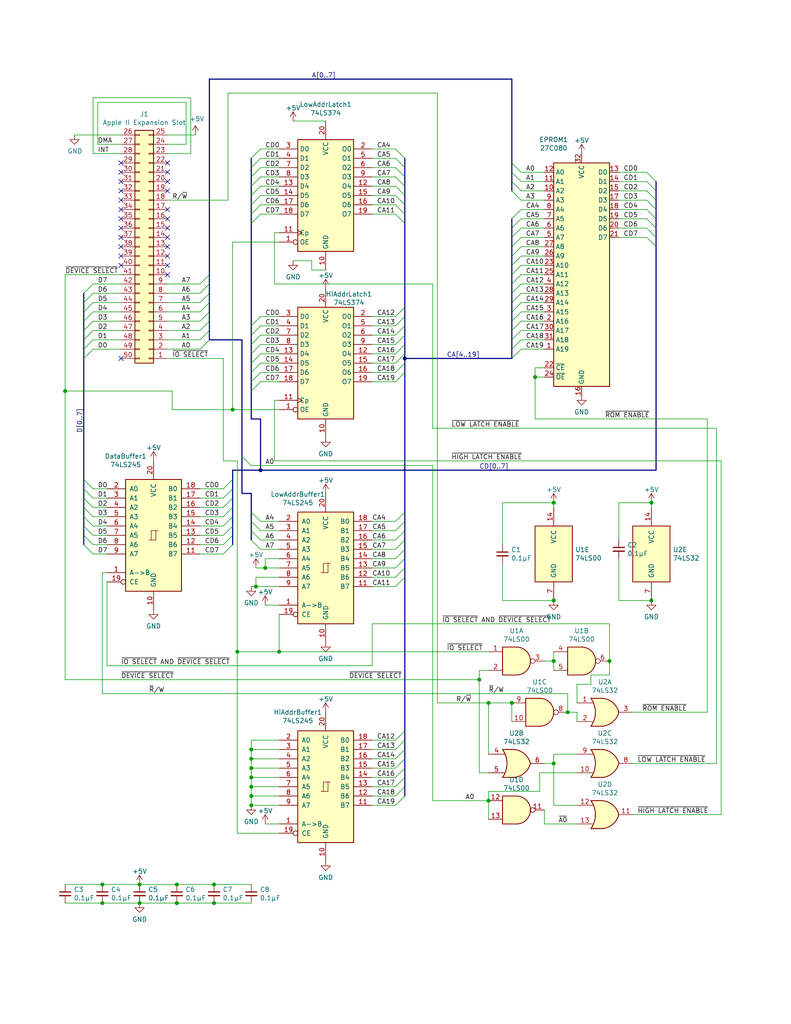
<source format=kicad_sch>
(kicad_sch (version 20211123) (generator eeschema)
  (paper "USLetter" portrait)
  (title_block (title "ProDOS ROM-Drive") (date "2022-02-25") (rev "4.0"))
  (junction (at 58.42 241.3))
  (junction (at 146.05 102.87))
  (junction (at 64.77 177.8))
  (junction (at 139.7 191.77))
  (junction (at 27.94 246.38))
  (junction (at 68.58 207.01))
  (junction (at 133.35 191.77))
  (junction (at 68.58 219.71))
  (junction (at 151.13 208.28))
  (junction (at 154.94 194.31))
  (junction (at 151.13 180.34))
  (junction (at 69.85 160.02))
  (junction (at 166.37 180.34))
  (junction (at 151.13 137.16))
  (junction (at 72.39 154.94))
  (junction (at 133.35 218.44))
  (junction (at 130.81 185.42))
  (junction (at 68.58 209.55))
  (junction (at 58.42 246.38))
  (junction (at 68.58 204.47))
  (junction (at 48.26 241.3))
  (junction (at 177.8 137.16))
  (junction (at 68.58 212.09))
  (junction (at 71.12 128.27))
  (junction (at 27.94 241.3))
  (junction (at 68.58 214.63))
  (junction (at 151.13 163.83))
  (junction (at 68.58 217.17))
  (junction (at 63.5 111.76))
  (junction (at 38.1 241.3))
  (junction (at 17.78 106.68))
  (junction (at 110.49 97.79))
  (junction (at 38.1 246.38))
  (junction (at 48.26 246.38))
  (junction (at 177.8 163.83))
  (junction (at 76.2 177.8))
  (no_connect (at 45.72 64.77))
  (no_connect (at 45.72 62.23))
  (no_connect (at 45.72 59.69))
  (no_connect (at 33.02 97.79))
  (no_connect (at 45.72 74.93))
  (no_connect (at 45.72 72.39))
  (no_connect (at 45.72 69.85))
  (no_connect (at 45.72 67.31))
  (no_connect (at 33.02 44.45))
  (no_connect (at 33.02 46.99))
  (no_connect (at 33.02 49.53))
  (no_connect (at 33.02 52.07))
  (no_connect (at 45.72 52.07))
  (no_connect (at 45.72 49.53))
  (no_connect (at 45.72 46.99))
  (no_connect (at 45.72 44.45))
  (no_connect (at 33.02 54.61))
  (no_connect (at 33.02 57.15))
  (no_connect (at 33.02 59.69))
  (no_connect (at 33.02 62.23))
  (no_connect (at 33.02 64.77))
  (no_connect (at 33.02 67.31))
  (no_connect (at 33.02 69.85))
  (no_connect (at 33.02 72.39))
  (no_connect (at 45.72 57.15))
  (bus_entry (at 107.95 212.09) (size 2.54 -2.54))
  (bus_entry (at 68.58 139.7) (size 2.54 2.54))
  (bus_entry (at 68.58 142.24) (size 2.54 2.54))
  (bus_entry (at 68.58 147.32) (size 2.54 2.54))
  (bus_entry (at 68.58 144.78) (size 2.54 2.54))
  (bus_entry (at 68.58 48.26) (size 2.54 -2.54))
  (bus_entry (at 68.58 104.14) (size 2.54 -2.54))
  (bus_entry (at 107.95 217.17) (size 2.54 -2.54))
  (bus_entry (at 107.95 207.01) (size 2.54 -2.54))
  (bus_entry (at 60.96 151.13) (size 2.54 -2.54))
  (bus_entry (at 68.58 45.72) (size 2.54 -2.54))
  (bus_entry (at 68.58 60.96) (size 2.54 -2.54))
  (bus_entry (at 60.96 143.51) (size 2.54 -2.54))
  (bus_entry (at 60.96 140.97) (size 2.54 -2.54))
  (bus_entry (at 60.96 138.43) (size 2.54 -2.54))
  (bus_entry (at 60.96 148.59) (size 2.54 -2.54))
  (bus_entry (at 60.96 146.05) (size 2.54 -2.54))
  (bus_entry (at 22.86 140.97) (size 2.54 2.54))
  (bus_entry (at 22.86 138.43) (size 2.54 2.54))
  (bus_entry (at 22.86 135.89) (size 2.54 2.54))
  (bus_entry (at 22.86 130.81) (size 2.54 2.54))
  (bus_entry (at 22.86 133.35) (size 2.54 2.54))
  (bus_entry (at 22.86 148.59) (size 2.54 2.54))
  (bus_entry (at 22.86 146.05) (size 2.54 2.54))
  (bus_entry (at 22.86 143.51) (size 2.54 2.54))
  (bus_entry (at 107.95 96.52) (size 2.54 -2.54))
  (bus_entry (at 107.95 86.36) (size 2.54 -2.54))
  (bus_entry (at 107.95 88.9) (size 2.54 -2.54))
  (bus_entry (at 107.95 91.44) (size 2.54 -2.54))
  (bus_entry (at 107.95 93.98) (size 2.54 -2.54))
  (bus_entry (at 107.95 99.06) (size 2.54 -2.54))
  (bus_entry (at 107.95 101.6) (size 2.54 -2.54))
  (bus_entry (at 107.95 104.14) (size 2.54 -2.54))
  (bus_entry (at 68.58 88.9) (size 2.54 -2.54))
  (bus_entry (at 139.7 67.31) (size 2.54 -2.54))
  (bus_entry (at 139.7 69.85) (size 2.54 -2.54))
  (bus_entry (at 139.7 77.47) (size 2.54 -2.54))
  (bus_entry (at 139.7 72.39) (size 2.54 -2.54))
  (bus_entry (at 139.7 74.93) (size 2.54 -2.54))
  (bus_entry (at 139.7 64.77) (size 2.54 -2.54))
  (bus_entry (at 139.7 62.23) (size 2.54 -2.54))
  (bus_entry (at 139.7 59.69) (size 2.54 -2.54))
  (bus_entry (at 139.7 80.01) (size 2.54 -2.54))
  (bus_entry (at 139.7 82.55) (size 2.54 -2.54))
  (bus_entry (at 139.7 85.09) (size 2.54 -2.54))
  (bus_entry (at 139.7 87.63) (size 2.54 -2.54))
  (bus_entry (at 139.7 92.71) (size 2.54 -2.54))
  (bus_entry (at 139.7 90.17) (size 2.54 -2.54))
  (bus_entry (at 139.7 95.25) (size 2.54 -2.54))
  (bus_entry (at 68.58 93.98) (size 2.54 -2.54))
  (bus_entry (at 68.58 55.88) (size 2.54 -2.54))
  (bus_entry (at 107.95 201.93) (size 2.54 -2.54))
  (bus_entry (at 107.95 204.47) (size 2.54 -2.54))
  (bus_entry (at 107.95 219.71) (size 2.54 -2.54))
  (bus_entry (at 68.58 101.6) (size 2.54 -2.54))
  (bus_entry (at 68.58 106.68) (size 2.54 -2.54))
  (bus_entry (at 54.61 95.25) (size 2.54 -2.54))
  (bus_entry (at 54.61 90.17) (size 2.54 -2.54))
  (bus_entry (at 54.61 92.71) (size 2.54 -2.54))
  (bus_entry (at 54.61 87.63) (size 2.54 -2.54))
  (bus_entry (at 54.61 85.09) (size 2.54 -2.54))
  (bus_entry (at 54.61 82.55) (size 2.54 -2.54))
  (bus_entry (at 54.61 77.47) (size 2.54 -2.54))
  (bus_entry (at 54.61 80.01) (size 2.54 -2.54))
  (bus_entry (at 68.58 99.06) (size 2.54 -2.54))
  (bus_entry (at 176.53 46.99) (size 2.54 2.54))
  (bus_entry (at 176.53 49.53) (size 2.54 2.54))
  (bus_entry (at 176.53 52.07) (size 2.54 2.54))
  (bus_entry (at 176.53 54.61) (size 2.54 2.54))
  (bus_entry (at 176.53 57.15) (size 2.54 2.54))
  (bus_entry (at 176.53 59.69) (size 2.54 2.54))
  (bus_entry (at 176.53 62.23) (size 2.54 2.54))
  (bus_entry (at 176.53 64.77) (size 2.54 2.54))
  (bus_entry (at 107.95 149.86) (size 2.54 -2.54))
  (bus_entry (at 107.95 142.24) (size 2.54 -2.54))
  (bus_entry (at 107.95 144.78) (size 2.54 -2.54))
  (bus_entry (at 107.95 147.32) (size 2.54 -2.54))
  (bus_entry (at 107.95 152.4) (size 2.54 -2.54))
  (bus_entry (at 107.95 160.02) (size 2.54 -2.54))
  (bus_entry (at 107.95 157.48) (size 2.54 -2.54))
  (bus_entry (at 107.95 154.94) (size 2.54 -2.54))
  (bus_entry (at 66.04 124.46) (size 2.54 2.54))
  (bus_entry (at 139.7 46.99) (size 2.54 2.54))
  (bus_entry (at 139.7 49.53) (size 2.54 2.54))
  (bus_entry (at 139.7 44.45) (size 2.54 2.54))
  (bus_entry (at 139.7 52.07) (size 2.54 2.54))
  (bus_entry (at 107.95 214.63) (size 2.54 -2.54))
  (bus_entry (at 107.95 209.55) (size 2.54 -2.54))
  (bus_entry (at 68.58 91.44) (size 2.54 -2.54))
  (bus_entry (at 60.96 135.89) (size 2.54 -2.54))
  (bus_entry (at 60.96 133.35) (size 2.54 -2.54))
  (bus_entry (at 68.58 43.18) (size 2.54 -2.54))
  (bus_entry (at 68.58 58.42) (size 2.54 -2.54))
  (bus_entry (at 107.95 48.26) (size 2.54 2.54))
  (bus_entry (at 107.95 50.8) (size 2.54 2.54))
  (bus_entry (at 107.95 53.34) (size 2.54 2.54))
  (bus_entry (at 107.95 55.88) (size 2.54 2.54))
  (bus_entry (at 107.95 58.42) (size 2.54 2.54))
  (bus_entry (at 107.95 40.64) (size 2.54 2.54))
  (bus_entry (at 107.95 43.18) (size 2.54 2.54))
  (bus_entry (at 107.95 45.72) (size 2.54 2.54))
  (bus_entry (at 22.86 80.01) (size 2.54 -2.54))
  (bus_entry (at 22.86 85.09) (size 2.54 -2.54))
  (bus_entry (at 22.86 87.63) (size 2.54 -2.54))
  (bus_entry (at 22.86 82.55) (size 2.54 -2.54))
  (bus_entry (at 22.86 95.25) (size 2.54 -2.54))
  (bus_entry (at 22.86 97.79) (size 2.54 -2.54))
  (bus_entry (at 22.86 92.71) (size 2.54 -2.54))
  (bus_entry (at 22.86 90.17) (size 2.54 -2.54))
  (bus_entry (at 68.58 96.52) (size 2.54 -2.54))
  (bus_entry (at 139.7 97.79) (size 2.54 -2.54))
  (bus_entry (at 68.58 50.8) (size 2.54 -2.54))
  (bus_entry (at 68.58 53.34) (size 2.54 -2.54))
  (bus (pts (xy 179.07 57.15) (xy 179.07 59.69)))
  (wire (pts (xy 76.2 165.1) (xy 72.39 165.1)))
  (bus (pts (xy 139.7 82.55) (xy 139.7 85.09)))
  (bus (pts (xy 68.58 134.62) (xy 68.58 139.7)))
  (bus (pts (xy 57.15 80.01) (xy 57.15 82.55)))
  (bus (pts (xy 110.49 212.09) (xy 110.49 214.63)))
  (wire (pts (xy 101.6 209.55) (xy 107.95 209.55)))
  (wire (pts (xy 71.12 43.18) (xy 76.2 43.18)))
  (bus (pts (xy 139.7 64.77) (xy 139.7 67.31)))
  (wire (pts (xy 101.6 219.71) (xy 107.95 219.71)))
  (wire (pts (xy 133.35 191.77) (xy 139.7 191.77)))
  (wire (pts (xy 25.4 80.01) (xy 33.02 80.01)))
  (bus (pts (xy 110.49 88.9) (xy 110.49 91.44)))
  (bus (pts (xy 71.12 128.27) (xy 179.07 128.27)))
  (bus (pts (xy 68.58 114.3) (xy 71.12 114.3)))
  (wire (pts (xy 148.59 180.34) (xy 151.13 180.34)))
  (wire (pts (xy 25.4 148.59) (xy 29.21 148.59)))
  (wire (pts (xy 58.42 241.3) (xy 68.58 241.3)))
  (bus (pts (xy 68.58 139.7) (xy 68.58 142.24)))
  (wire (pts (xy 25.4 135.89) (xy 29.21 135.89)))
  (wire (pts (xy 101.6 93.98) (xy 107.95 93.98)))
  (wire (pts (xy 25.4 87.63) (xy 33.02 87.63)))
  (wire (pts (xy 76.2 207.01) (xy 68.58 207.01)))
  (wire (pts (xy 154.94 194.31) (xy 154.94 189.23)))
  (bus (pts (xy 68.58 142.24) (xy 68.58 144.78)))
  (wire (pts (xy 101.6 214.63) (xy 107.95 214.63)))
  (bus (pts (xy 110.49 157.48) (xy 110.49 199.39)))
  (wire (pts (xy 17.78 106.68) (xy 46.99 106.68)))
  (wire (pts (xy 146.05 102.87) (xy 146.05 100.33)))
  (wire (pts (xy 45.72 90.17) (xy 54.61 90.17)))
  (wire (pts (xy 193.04 194.31) (xy 193.04 114.3)))
  (bus (pts (xy 22.86 130.81) (xy 22.86 133.35)))
  (bus (pts (xy 22.86 135.89) (xy 22.86 138.43)))
  (wire (pts (xy 168.91 152.4) (xy 168.91 163.83)))
  (wire (pts (xy 101.6 160.02) (xy 107.95 160.02)))
  (wire (pts (xy 76.2 167.64) (xy 76.2 177.8)))
  (wire (pts (xy 58.42 246.38) (xy 68.58 246.38)))
  (bus (pts (xy 57.15 85.09) (xy 57.15 87.63)))
  (bus (pts (xy 63.5 148.59) (xy 63.5 146.05)))
  (wire (pts (xy 142.24 64.77) (xy 148.59 64.77)))
  (wire (pts (xy 76.2 157.48) (xy 69.85 157.48)))
  (bus (pts (xy 110.49 97.79) (xy 110.49 99.06)))
  (wire (pts (xy 71.12 86.36) (xy 76.2 86.36)))
  (wire (pts (xy 137.16 137.16) (xy 151.13 137.16)))
  (bus (pts (xy 139.7 67.31) (xy 139.7 69.85)))
  (bus (pts (xy 57.15 74.93) (xy 57.15 77.47)))
  (bus (pts (xy 179.07 64.77) (xy 179.07 67.31)))
  (wire (pts (xy 25.4 92.71) (xy 33.02 92.71)))
  (bus (pts (xy 63.5 128.27) (xy 71.12 128.27)))
  (wire (pts (xy 25.4 140.97) (xy 29.21 140.97)))
  (bus (pts (xy 139.7 77.47) (xy 139.7 80.01)))
  (wire (pts (xy 151.13 205.74) (xy 157.48 205.74)))
  (wire (pts (xy 54.61 143.51) (xy 60.96 143.51)))
  (wire (pts (xy 68.58 214.63) (xy 68.58 212.09)))
  (wire (pts (xy 101.6 96.52) (xy 107.95 96.52)))
  (wire (pts (xy 71.12 142.24) (xy 76.2 142.24)))
  (wire (pts (xy 33.02 74.93) (xy 17.78 74.93)))
  (bus (pts (xy 110.49 214.63) (xy 110.49 217.17)))
  (wire (pts (xy 25.4 146.05) (xy 29.21 146.05)))
  (bus (pts (xy 110.49 139.7) (xy 110.49 101.6)))
  (bus (pts (xy 139.7 90.17) (xy 139.7 92.71)))
  (wire (pts (xy 130.81 182.88) (xy 133.35 182.88)))
  (wire (pts (xy 142.24 80.01) (xy 148.59 80.01)))
  (wire (pts (xy 74.93 109.22) (xy 74.93 125.73)))
  (wire (pts (xy 64.77 227.33) (xy 76.2 227.33)))
  (wire (pts (xy 161.29 184.15) (xy 161.29 186.69)))
  (wire (pts (xy 118.11 77.47) (xy 118.11 116.84)))
  (wire (pts (xy 148.59 208.28) (xy 151.13 208.28)))
  (bus (pts (xy 139.7 44.45) (xy 139.7 21.59)))
  (wire (pts (xy 101.6 204.47) (xy 107.95 204.47)))
  (wire (pts (xy 101.6 170.18) (xy 101.6 181.61)))
  (wire (pts (xy 142.24 85.09) (xy 148.59 85.09)))
  (wire (pts (xy 148.59 224.79) (xy 148.59 220.98)))
  (bus (pts (xy 110.49 50.8) (xy 110.49 53.34)))
  (wire (pts (xy 101.6 53.34) (xy 107.95 53.34)))
  (wire (pts (xy 76.2 154.94) (xy 72.39 154.94)))
  (wire (pts (xy 74.93 125.73) (xy 196.85 125.73)))
  (wire (pts (xy 146.05 102.87) (xy 146.05 114.3)))
  (wire (pts (xy 68.58 204.47) (xy 68.58 201.93)))
  (bus (pts (xy 22.86 143.51) (xy 22.86 146.05)))
  (wire (pts (xy 101.6 86.36) (xy 107.95 86.36)))
  (wire (pts (xy 76.2 177.8) (xy 133.35 177.8)))
  (bus (pts (xy 110.49 91.44) (xy 110.49 93.98)))
  (wire (pts (xy 142.24 82.55) (xy 148.59 82.55)))
  (bus (pts (xy 179.07 49.53) (xy 179.07 52.07)))
  (wire (pts (xy 76.2 152.4) (xy 72.39 152.4)))
  (wire (pts (xy 68.58 207.01) (xy 68.58 204.47)))
  (wire (pts (xy 25.4 138.43) (xy 29.21 138.43)))
  (bus (pts (xy 139.7 72.39) (xy 139.7 74.93)))
  (bus (pts (xy 68.58 58.42) (xy 68.58 60.96)))
  (wire (pts (xy 60.96 125.73) (xy 64.77 125.73)))
  (bus (pts (xy 68.58 48.26) (xy 68.58 50.8)))
  (wire (pts (xy 168.91 57.15) (xy 176.53 57.15)))
  (wire (pts (xy 142.24 69.85) (xy 148.59 69.85)))
  (wire (pts (xy 168.91 49.53) (xy 176.53 49.53)))
  (wire (pts (xy 101.6 212.09) (xy 107.95 212.09)))
  (wire (pts (xy 101.6 91.44) (xy 107.95 91.44)))
  (bus (pts (xy 110.49 45.72) (xy 110.49 48.26)))
  (wire (pts (xy 76.2 217.17) (xy 68.58 217.17)))
  (bus (pts (xy 22.86 90.17) (xy 22.86 92.71)))
  (bus (pts (xy 179.07 54.61) (xy 179.07 57.15)))
  (wire (pts (xy 45.72 95.25) (xy 54.61 95.25)))
  (wire (pts (xy 71.12 53.34) (xy 76.2 53.34)))
  (wire (pts (xy 29.21 181.61) (xy 29.21 158.75)))
  (bus (pts (xy 22.86 82.55) (xy 22.86 85.09)))
  (bus (pts (xy 68.58 99.06) (xy 68.58 101.6)))
  (wire (pts (xy 71.12 104.14) (xy 76.2 104.14)))
  (bus (pts (xy 179.07 59.69) (xy 179.07 62.23)))
  (bus (pts (xy 110.49 86.36) (xy 110.49 88.9)))
  (wire (pts (xy 168.91 54.61) (xy 176.53 54.61)))
  (wire (pts (xy 45.72 87.63) (xy 54.61 87.63)))
  (wire (pts (xy 118.11 218.44) (xy 133.35 218.44)))
  (wire (pts (xy 25.4 90.17) (xy 33.02 90.17)))
  (wire (pts (xy 74.93 77.47) (xy 118.11 77.47)))
  (wire (pts (xy 85.09 71.12) (xy 80.01 71.12)))
  (wire (pts (xy 17.78 241.3) (xy 27.94 241.3)))
  (wire (pts (xy 142.24 95.25) (xy 148.59 95.25)))
  (bus (pts (xy 110.49 83.82) (xy 110.49 86.36)))
  (wire (pts (xy 157.48 194.31) (xy 157.48 196.85)))
  (wire (pts (xy 137.16 153.67) (xy 137.16 163.83)))
  (bus (pts (xy 139.7 62.23) (xy 139.7 64.77)))
  (bus (pts (xy 66.04 134.62) (xy 68.58 134.62)))
  (wire (pts (xy 168.91 163.83) (xy 177.8 163.83)))
  (bus (pts (xy 110.49 142.24) (xy 110.49 139.7)))
  (wire (pts (xy 17.78 106.68) (xy 17.78 185.42)))
  (wire (pts (xy 26.67 39.37) (xy 26.67 27.94)))
  (wire (pts (xy 130.81 185.42) (xy 130.81 182.88)))
  (wire (pts (xy 17.78 185.42) (xy 130.81 185.42)))
  (bus (pts (xy 110.49 204.47) (xy 110.49 207.01)))
  (wire (pts (xy 118.11 116.84) (xy 195.58 116.84)))
  (wire (pts (xy 166.37 170.18) (xy 101.6 170.18)))
  (wire (pts (xy 101.6 144.78) (xy 107.95 144.78)))
  (wire (pts (xy 46.99 111.76) (xy 46.99 106.68)))
  (wire (pts (xy 54.61 148.59) (xy 60.96 148.59)))
  (wire (pts (xy 71.12 147.32) (xy 76.2 147.32)))
  (wire (pts (xy 119.38 25.4) (xy 62.23 25.4)))
  (wire (pts (xy 52.07 26.67) (xy 25.4 26.67)))
  (wire (pts (xy 68.58 209.55) (xy 68.58 207.01)))
  (bus (pts (xy 63.5 146.05) (xy 63.5 143.51)))
  (bus (pts (xy 110.49 201.93) (xy 110.49 204.47)))
  (wire (pts (xy 54.61 140.97) (xy 60.96 140.97)))
  (bus (pts (xy 22.86 146.05) (xy 22.86 148.59)))
  (wire (pts (xy 63.5 66.04) (xy 63.5 111.76)))
  (wire (pts (xy 74.93 63.5) (xy 74.93 77.47)))
  (wire (pts (xy 68.58 127) (xy 118.11 127)))
  (wire (pts (xy 29.21 181.61) (xy 101.6 181.61)))
  (bus (pts (xy 110.49 149.86) (xy 110.49 147.32)))
  (wire (pts (xy 139.7 191.77) (xy 139.7 196.85)))
  (bus (pts (xy 179.07 62.23) (xy 179.07 64.77)))
  (wire (pts (xy 172.72 194.31) (xy 193.04 194.31)))
  (wire (pts (xy 71.12 101.6) (xy 76.2 101.6)))
  (bus (pts (xy 63.5 133.35) (xy 63.5 130.81)))
  (wire (pts (xy 142.24 74.93) (xy 148.59 74.93)))
  (wire (pts (xy 154.94 189.23) (xy 27.94 189.23)))
  (bus (pts (xy 22.86 85.09) (xy 22.86 87.63)))
  (wire (pts (xy 168.91 64.77) (xy 176.53 64.77)))
  (bus (pts (xy 139.7 95.25) (xy 139.7 97.79)))
  (bus (pts (xy 139.7 59.69) (xy 139.7 62.23)))
  (bus (pts (xy 179.07 52.07) (xy 179.07 54.61)))
  (wire (pts (xy 101.6 201.93) (xy 107.95 201.93)))
  (wire (pts (xy 76.2 219.71) (xy 68.58 219.71)))
  (wire (pts (xy 71.12 40.64) (xy 76.2 40.64)))
  (bus (pts (xy 68.58 53.34) (xy 68.58 55.88)))
  (bus (pts (xy 110.49 60.96) (xy 110.49 83.82)))
  (wire (pts (xy 142.24 62.23) (xy 148.59 62.23)))
  (wire (pts (xy 142.24 92.71) (xy 148.59 92.71)))
  (wire (pts (xy 45.72 77.47) (xy 54.61 77.47)))
  (wire (pts (xy 68.58 201.93) (xy 76.2 201.93)))
  (bus (pts (xy 63.5 140.97) (xy 63.5 138.43)))
  (bus (pts (xy 110.49 157.48) (xy 110.49 154.94)))
  (wire (pts (xy 101.6 40.64) (xy 107.95 40.64)))
  (bus (pts (xy 110.49 152.4) (xy 110.49 149.86)))
  (bus (pts (xy 68.58 55.88) (xy 68.58 58.42)))
  (bus (pts (xy 22.86 97.79) (xy 22.86 130.81)))
  (wire (pts (xy 64.77 125.73) (xy 64.77 177.8)))
  (bus (pts (xy 63.5 143.51) (xy 63.5 140.97)))
  (wire (pts (xy 45.72 41.91) (xy 52.07 41.91)))
  (wire (pts (xy 146.05 114.3) (xy 193.04 114.3)))
  (wire (pts (xy 101.6 58.42) (xy 107.95 58.42)))
  (wire (pts (xy 101.6 43.18) (xy 107.95 43.18)))
  (wire (pts (xy 101.6 101.6) (xy 107.95 101.6)))
  (bus (pts (xy 110.49 209.55) (xy 110.49 212.09)))
  (wire (pts (xy 142.24 90.17) (xy 148.59 90.17)))
  (wire (pts (xy 63.5 66.04) (xy 76.2 66.04)))
  (wire (pts (xy 142.24 77.47) (xy 148.59 77.47)))
  (wire (pts (xy 101.6 88.9) (xy 107.95 88.9)))
  (bus (pts (xy 139.7 52.07) (xy 139.7 49.53)))
  (wire (pts (xy 168.91 137.16) (xy 177.8 137.16)))
  (bus (pts (xy 110.49 55.88) (xy 110.49 58.42)))
  (wire (pts (xy 157.48 210.82) (xy 147.32 210.82)))
  (wire (pts (xy 72.39 224.79) (xy 76.2 224.79)))
  (bus (pts (xy 139.7 85.09) (xy 139.7 87.63)))
  (wire (pts (xy 54.61 138.43) (xy 60.96 138.43)))
  (wire (pts (xy 101.6 55.88) (xy 107.95 55.88)))
  (wire (pts (xy 54.61 151.13) (xy 60.96 151.13)))
  (wire (pts (xy 76.2 63.5) (xy 74.93 63.5)))
  (bus (pts (xy 110.49 48.26) (xy 110.49 50.8)))
  (wire (pts (xy 101.6 142.24) (xy 107.95 142.24)))
  (wire (pts (xy 157.48 186.69) (xy 157.48 191.77)))
  (wire (pts (xy 68.58 212.09) (xy 68.58 209.55)))
  (wire (pts (xy 17.78 74.93) (xy 17.78 106.68)))
  (bus (pts (xy 57.15 21.59) (xy 57.15 74.93)))
  (bus (pts (xy 22.86 140.97) (xy 22.86 143.51)))
  (wire (pts (xy 101.6 152.4) (xy 107.95 152.4)))
  (wire (pts (xy 45.72 54.61) (xy 62.23 54.61)))
  (wire (pts (xy 166.37 180.34) (xy 166.37 184.15)))
  (wire (pts (xy 64.77 177.8) (xy 64.77 227.33)))
  (wire (pts (xy 142.24 52.07) (xy 148.59 52.07)))
  (wire (pts (xy 71.12 99.06) (xy 76.2 99.06)))
  (wire (pts (xy 71.12 96.52) (xy 76.2 96.52)))
  (wire (pts (xy 63.5 111.76) (xy 76.2 111.76)))
  (wire (pts (xy 101.6 157.48) (xy 107.95 157.48)))
  (wire (pts (xy 26.67 27.94) (xy 50.8 27.94)))
  (wire (pts (xy 168.91 147.32) (xy 168.91 137.16)))
  (wire (pts (xy 54.61 146.05) (xy 60.96 146.05)))
  (bus (pts (xy 110.49 58.42) (xy 110.49 60.96)))
  (wire (pts (xy 101.6 99.06) (xy 107.95 99.06)))
  (wire (pts (xy 76.2 204.47) (xy 68.58 204.47)))
  (wire (pts (xy 119.38 191.77) (xy 133.35 191.77)))
  (wire (pts (xy 71.12 93.98) (xy 76.2 93.98)))
  (wire (pts (xy 76.2 209.55) (xy 68.58 209.55)))
  (wire (pts (xy 118.11 127) (xy 118.11 218.44)))
  (bus (pts (xy 66.04 124.46) (xy 66.04 134.62)))
  (bus (pts (xy 110.49 144.78) (xy 110.49 142.24)))
  (bus (pts (xy 110.49 147.32) (xy 110.49 144.78)))
  (bus (pts (xy 22.86 95.25) (xy 22.86 97.79)))
  (bus (pts (xy 110.49 53.34) (xy 110.49 55.88)))
  (bus (pts (xy 68.58 104.14) (xy 68.58 106.68)))
  (wire (pts (xy 76.2 160.02) (xy 69.85 160.02)))
  (wire (pts (xy 142.24 54.61) (xy 148.59 54.61)))
  (bus (pts (xy 68.58 91.44) (xy 68.58 93.98)))
  (bus (pts (xy 110.49 154.94) (xy 110.49 152.4)))
  (wire (pts (xy 50.8 27.94) (xy 50.8 39.37)))
  (wire (pts (xy 25.4 82.55) (xy 33.02 82.55)))
  (wire (pts (xy 133.35 205.74) (xy 133.35 191.77)))
  (wire (pts (xy 147.32 215.9) (xy 133.35 215.9)))
  (bus (pts (xy 66.04 92.71) (xy 66.04 124.46)))
  (wire (pts (xy 33.02 39.37) (xy 26.67 39.37)))
  (wire (pts (xy 101.6 45.72) (xy 107.95 45.72)))
  (wire (pts (xy 25.4 95.25) (xy 33.02 95.25)))
  (wire (pts (xy 101.6 104.14) (xy 107.95 104.14)))
  (wire (pts (xy 196.85 222.25) (xy 196.85 125.73)))
  (wire (pts (xy 154.94 194.31) (xy 157.48 194.31)))
  (wire (pts (xy 142.24 49.53) (xy 148.59 49.53)))
  (bus (pts (xy 63.5 130.81) (xy 63.5 128.27)))
  (bus (pts (xy 139.7 92.71) (xy 139.7 95.25)))
  (wire (pts (xy 195.58 208.28) (xy 172.72 208.28)))
  (wire (pts (xy 68.58 219.71) (xy 68.58 217.17)))
  (bus (pts (xy 57.15 92.71) (xy 66.04 92.71)))
  (wire (pts (xy 119.38 191.77) (xy 119.38 25.4)))
  (wire (pts (xy 85.09 73.66) (xy 85.09 71.12)))
  (wire (pts (xy 71.12 48.26) (xy 76.2 48.26)))
  (wire (pts (xy 168.91 62.23) (xy 176.53 62.23)))
  (wire (pts (xy 133.35 218.44) (xy 133.35 223.52)))
  (wire (pts (xy 48.26 246.38) (xy 58.42 246.38)))
  (wire (pts (xy 168.91 59.69) (xy 176.53 59.69)))
  (wire (pts (xy 27.94 246.38) (xy 38.1 246.38)))
  (bus (pts (xy 139.7 21.59) (xy 57.15 21.59)))
  (wire (pts (xy 101.6 147.32) (xy 107.95 147.32)))
  (bus (pts (xy 110.49 97.79) (xy 139.7 97.79)))
  (bus (pts (xy 57.15 87.63) (xy 57.15 90.17)))
  (wire (pts (xy 148.59 102.87) (xy 146.05 102.87)))
  (wire (pts (xy 161.29 186.69) (xy 157.48 186.69)))
  (wire (pts (xy 71.12 91.44) (xy 76.2 91.44)))
  (wire (pts (xy 71.12 50.8) (xy 76.2 50.8)))
  (bus (pts (xy 139.7 69.85) (xy 139.7 72.39)))
  (wire (pts (xy 101.6 149.86) (xy 107.95 149.86)))
  (bus (pts (xy 68.58 96.52) (xy 68.58 99.06)))
  (wire (pts (xy 62.23 25.4) (xy 62.23 54.61)))
  (wire (pts (xy 142.24 46.99) (xy 148.59 46.99)))
  (bus (pts (xy 57.15 77.47) (xy 57.15 80.01)))
  (wire (pts (xy 45.72 80.01) (xy 54.61 80.01)))
  (wire (pts (xy 25.4 85.09) (xy 33.02 85.09)))
  (wire (pts (xy 147.32 210.82) (xy 147.32 215.9)))
  (wire (pts (xy 48.26 241.3) (xy 58.42 241.3)))
  (bus (pts (xy 22.86 80.01) (xy 22.86 82.55)))
  (wire (pts (xy 101.6 154.94) (xy 107.95 154.94)))
  (wire (pts (xy 68.58 160.02) (xy 69.85 160.02)))
  (wire (pts (xy 52.07 41.91) (xy 52.07 26.67)))
  (wire (pts (xy 142.24 87.63) (xy 148.59 87.63)))
  (bus (pts (xy 68.58 106.68) (xy 68.58 114.3)))
  (wire (pts (xy 133.35 215.9) (xy 133.35 218.44)))
  (wire (pts (xy 142.24 67.31) (xy 148.59 67.31)))
  (wire (pts (xy 33.02 36.83) (xy 20.32 36.83)))
  (bus (pts (xy 68.58 101.6) (xy 68.58 104.14)))
  (bus (pts (xy 68.58 45.72) (xy 68.58 48.26)))
  (bus (pts (xy 63.5 138.43) (xy 63.5 135.89)))
  (bus (pts (xy 110.49 199.39) (xy 110.49 201.93)))
  (bus (pts (xy 22.86 92.71) (xy 22.86 95.25)))
  (wire (pts (xy 146.05 100.33) (xy 148.59 100.33)))
  (wire (pts (xy 71.12 144.78) (xy 76.2 144.78)))
  (wire (pts (xy 101.6 217.17) (xy 107.95 217.17)))
  (wire (pts (xy 71.12 55.88) (xy 76.2 55.88)))
  (wire (pts (xy 168.91 52.07) (xy 176.53 52.07)))
  (bus (pts (xy 57.15 82.55) (xy 57.15 85.09)))
  (wire (pts (xy 151.13 208.28) (xy 151.13 205.74)))
  (bus (pts (xy 110.49 207.01) (xy 110.49 209.55)))
  (bus (pts (xy 110.49 43.18) (xy 110.49 45.72)))
  (bus (pts (xy 68.58 88.9) (xy 68.58 91.44)))
  (wire (pts (xy 151.13 180.34) (xy 151.13 182.88)))
  (wire (pts (xy 71.12 45.72) (xy 76.2 45.72)))
  (wire (pts (xy 130.81 210.82) (xy 130.81 185.42)))
  (wire (pts (xy 38.1 246.38) (xy 48.26 246.38)))
  (wire (pts (xy 63.5 111.76) (xy 46.99 111.76)))
  (bus (pts (xy 139.7 49.53) (xy 139.7 46.99)))
  (wire (pts (xy 71.12 58.42) (xy 76.2 58.42)))
  (wire (pts (xy 25.4 26.67) (xy 25.4 41.91)))
  (wire (pts (xy 68.58 217.17) (xy 68.58 214.63)))
  (wire (pts (xy 76.2 212.09) (xy 68.58 212.09)))
  (wire (pts (xy 45.72 92.71) (xy 54.61 92.71)))
  (wire (pts (xy 151.13 180.34) (xy 151.13 177.8)))
  (wire (pts (xy 101.6 50.8) (xy 107.95 50.8)))
  (wire (pts (xy 101.6 48.26) (xy 107.95 48.26)))
  (bus (pts (xy 139.7 74.93) (xy 139.7 77.47)))
  (bus (pts (xy 68.58 60.96) (xy 68.58 88.9)))
  (wire (pts (xy 64.77 177.8) (xy 76.2 177.8)))
  (wire (pts (xy 45.72 85.09) (xy 54.61 85.09)))
  (wire (pts (xy 157.48 224.79) (xy 148.59 224.79)))
  (wire (pts (xy 27.94 241.3) (xy 38.1 241.3)))
  (bus (pts (xy 22.86 133.35) (xy 22.86 135.89)))
  (wire (pts (xy 38.1 241.3) (xy 48.26 241.3)))
  (wire (pts (xy 142.24 72.39) (xy 148.59 72.39)))
  (wire (pts (xy 137.16 137.16) (xy 137.16 148.59)))
  (wire (pts (xy 151.13 219.71) (xy 157.48 219.71)))
  (wire (pts (xy 54.61 135.89) (xy 60.96 135.89)))
  (wire (pts (xy 27.94 156.21) (xy 29.21 156.21)))
  (wire (pts (xy 142.24 57.15) (xy 148.59 57.15)))
  (wire (pts (xy 25.4 143.51) (xy 29.21 143.51)))
  (bus (pts (xy 110.49 96.52) (xy 110.49 97.79)))
  (wire (pts (xy 151.13 208.28) (xy 151.13 219.71)))
  (bus (pts (xy 57.15 90.17) (xy 57.15 92.71)))
  (wire (pts (xy 172.72 222.25) (xy 196.85 222.25)))
  (bus (pts (xy 179.07 67.31) (xy 179.07 128.27)))
  (wire (pts (xy 50.8 39.37) (xy 45.72 39.37)))
  (wire (pts (xy 130.81 210.82) (xy 133.35 210.82)))
  (wire (pts (xy 45.72 82.55) (xy 54.61 82.55)))
  (bus (pts (xy 139.7 46.99) (xy 139.7 44.45)))
  (bus (pts (xy 110.49 93.98) (xy 110.49 96.52)))
  (wire (pts (xy 195.58 116.84) (xy 195.58 208.28)))
  (wire (pts (xy 151.13 137.16) (xy 151.13 138.43)))
  (wire (pts (xy 71.12 88.9) (xy 76.2 88.9)))
  (wire (pts (xy 76.2 214.63) (xy 68.58 214.63)))
  (wire (pts (xy 27.94 189.23) (xy 27.94 156.21)))
  (wire (pts (xy 137.16 163.83) (xy 151.13 163.83)))
  (wire (pts (xy 25.4 41.91) (xy 33.02 41.91)))
  (wire (pts (xy 25.4 151.13) (xy 29.21 151.13)))
  (wire (pts (xy 177.8 137.16) (xy 177.8 138.43)))
  (wire (pts (xy 80.01 33.02) (xy 88.9 33.02)))
  (wire (pts (xy 25.4 77.47) (xy 33.02 77.47)))
  (bus (pts (xy 110.49 99.06) (xy 110.49 101.6)))
  (wire (pts (xy 45.72 36.83) (xy 53.34 36.83)))
  (wire (pts (xy 166.37 180.34) (xy 166.37 170.18)))
  (wire (pts (xy 17.78 246.38) (xy 27.94 246.38)))
  (wire (pts (xy 101.6 207.01) (xy 107.95 207.01)))
  (wire (pts (xy 166.37 184.15) (xy 161.29 184.15)))
  (bus (pts (xy 139.7 87.63) (xy 139.7 90.17)))
  (bus (pts (xy 68.58 50.8) (xy 68.58 53.34)))
  (bus (pts (xy 63.5 135.89) (xy 63.5 133.35)))
  (wire (pts (xy 25.4 133.35) (xy 29.21 133.35)))
  (bus (pts (xy 68.58 144.78) (xy 68.58 147.32)))
  (wire (pts (xy 45.72 97.79) (xy 60.96 97.79)))
  (bus (pts (xy 68.58 43.18) (xy 68.58 45.72)))
  (bus (pts (xy 22.86 87.63) (xy 22.86 90.17)))
  (wire (pts (xy 54.61 133.35) (xy 60.96 133.35)))
  (wire (pts (xy 168.91 46.99) (xy 176.53 46.99)))
  (wire (pts (xy 74.93 109.22) (xy 76.2 109.22)))
  (wire (pts (xy 88.9 73.66) (xy 85.09 73.66)))
  (bus (pts (xy 71.12 114.3) (xy 71.12 128.27)))
  (wire (pts (xy 69.85 157.48) (xy 69.85 160.02)))
  (wire (pts (xy 60.96 97.79) (xy 60.96 125.73)))
  (bus (pts (xy 68.58 93.98) (xy 68.58 96.52)))
  (bus (pts (xy 22.86 138.43) (xy 22.86 140.97)))
  (wire (pts (xy 71.12 149.86) (xy 76.2 149.86)))
  (wire (pts (xy 142.24 59.69) (xy 148.59 59.69)))
  (wire (pts (xy 72.39 152.4) (xy 72.39 154.94)))
  (bus (pts (xy 139.7 80.01) (xy 139.7 82.55)))
  (wire (pts (xy 69.85 154.94) (xy 72.39 154.94)))
  (label "CA4" (at 102.87 40.64 0))
  (label "D[0..7]" (at 22.86 118.11 90))
  (label "CA5" (at 101.6 144.78 0))
  (label "CD[0..7]" (at 130.81 128.27 0))
  (label "CD1" (at 170.18 49.53 0))
  (label "CA10" (at 101.6 157.48 0))
  (label "CD1" (at 55.88 135.89 0))
  (label "CD3" (at 170.18 54.61 0))
  (label "A6" (at 72.39 147.32 0))
  (label "D7" (at 26.67 77.47 0))
  (label "A4" (at 72.39 142.24 0))
  (label "A2" (at 143.51 52.07 0))
  (label "CA18" (at 143.51 92.71 0))
  (label "CA11" (at 143.51 74.93 0))
  (label "CA[4..19]" (at 121.92 97.79 0))
  (label "A6" (at 49.53 80.01 0))
  (label "A7" (at 49.53 77.47 0))
  (label "CD6" (at 72.39 101.6 0))
  (label "CD4" (at 72.39 96.52 0))
  (label "D5" (at 26.67 146.05 0))
  (label "CD3" (at 72.39 93.98 0))
  (label "CA11" (at 101.6 160.02 0))
  (label "CA13" (at 102.87 88.9 0))
  (label "CD7" (at 72.39 104.14 0))
  (label "CA19" (at 102.87 104.14 0))
  (label "CD5" (at 55.88 146.05 0))
  (label "CD2" (at 55.88 138.43 0))
  (label "~{ROM ENABLE}" (at 165.1 114.3 0))
  (label "CA14" (at 143.51 82.55 0))
  (label "INT" (at 26.67 41.91 0))
  (label "CD4" (at 170.18 57.15 0))
  (label "A1" (at 49.53 92.71 0))
  (label "~{LOW LATCH ENABLE}" (at 123.19 116.84 0))
  (label "~{DEVICE SELECT}" (at 17.78 74.93 0))
  (label "CA5" (at 102.87 43.18 0))
  (label "CD5" (at 170.18 59.69 0))
  (label "D2" (at 26.67 90.17 0))
  (label "CA18" (at 102.87 101.6 0))
  (label "D1" (at 26.67 92.71 0))
  (label "~{DEVICE SELECT}" (at 33.02 185.42 0))
  (label "CA16" (at 102.87 212.09 0))
  (label "CA9" (at 143.51 69.85 0))
  (label "A3" (at 143.51 54.61 0))
  (label "CA14" (at 102.87 207.01 0))
  (label "CA10" (at 102.87 55.88 0))
  (label "D4" (at 26.67 85.09 0))
  (label "A0" (at 127 218.44 0))
  (label "~{LOW LATCH ENABLE}" (at 173.99 208.28 0))
  (label "A4" (at 49.53 85.09 0))
  (label "A5" (at 49.53 82.55 0))
  (label "CA6" (at 143.51 62.23 0))
  (label "CD2" (at 72.39 45.72 0))
  (label "CA7" (at 143.51 64.77 0))
  (label "CA9" (at 101.6 154.94 0))
  (label "A2" (at 49.53 90.17 0))
  (label "CA15" (at 102.87 93.98 0))
  (label "A5" (at 72.39 144.78 0))
  (label "CA17" (at 143.51 90.17 0))
  (label "~{IO SELECT}" (at 121.92 177.8 0))
  (label "CD1" (at 72.39 88.9 0))
  (label "CD5" (at 72.39 99.06 0))
  (label "D0" (at 26.67 133.35 0))
  (label "CA5" (at 143.51 59.69 0))
  (label "CA9" (at 102.87 53.34 0))
  (label "CD6" (at 55.88 148.59 0))
  (label "CD0" (at 55.88 133.35 0))
  (label "~{IO SELECT}" (at 46.99 97.79 0))
  (label "A3" (at 49.53 87.63 0))
  (label "~{R}{slash}W" (at 133.35 189.23 0))
  (label "CD0" (at 72.39 40.64 0))
  (label "CA4" (at 143.51 57.15 0))
  (label "A7" (at 72.39 149.86 0))
  (label "~{R}{slash}W" (at 40.64 189.23 0))
  (label "D4" (at 26.67 143.51 0))
  (label "CA7" (at 101.6 149.86 0))
  (label "CA19" (at 102.87 219.71 0))
  (label "CA14" (at 102.87 91.44 0))
  (label "D5" (at 26.67 82.55 0))
  (label "CD3" (at 55.88 140.97 0))
  (label "~{HIGH LATCH ENABLE}" (at 173.99 222.25 0))
  (label "CA17" (at 102.87 99.06 0))
  (label "A1" (at 143.51 49.53 0))
  (label "CD5" (at 72.39 53.34 0))
  (label "CD4" (at 55.88 143.51 0))
  (label "CA18" (at 102.87 217.17 0))
  (label "A0" (at 143.51 46.99 0))
  (label "CA11" (at 102.87 58.42 0))
  (label "CD2" (at 72.39 91.44 0))
  (label "D2" (at 26.67 138.43 0))
  (label "D0" (at 26.67 95.25 0))
  (label "CD7" (at 170.18 64.77 0))
  (label "CA12" (at 143.51 77.47 0))
  (label "D7" (at 26.67 151.13 0))
  (label "CA8" (at 143.51 67.31 0))
  (label "CA12" (at 102.87 201.93 0))
  (label "A[0..7]" (at 85.09 21.59 0))
  (label "CA10" (at 143.51 72.39 0))
  (label "D6" (at 26.67 148.59 0))
  (label "CA15" (at 102.87 209.55 0))
  (label "A0" (at 72.39 127 0))
  (label "~{IO SELECT} AND ~{DEVICE SELECT}" (at 120.65 170.18 0))
  (label "CA13" (at 102.87 204.47 0))
  (label "CD4" (at 72.39 50.8 0))
  (label "CA13" (at 143.51 80.01 0))
  (label "CA16" (at 143.51 87.63 0))
  (label "R{slash}~{W}" (at 46.99 54.61 0))
  (label "CA8" (at 101.6 152.4 0))
  (label "DMA" (at 26.67 39.37 0))
  (label "CA17" (at 102.87 214.63 0))
  (label "CD1" (at 72.39 43.18 0))
  (label "CD3" (at 72.39 48.26 0))
  (label "CD6" (at 72.39 55.88 0))
  (label "CA8" (at 102.87 50.8 0))
  (label "~{IO SELECT} AND ~{DEVICE SELECT}" (at 33.02 181.61 0))
  (label "~{HIGH LATCH ENABLE}" (at 123.19 125.73 0))
  (label "CA19" (at 143.51 95.25 0))
  (label "~{A0}" (at 152.4 224.79 0))
  (label "CA6" (at 101.6 147.32 0))
  (label "~{DEVICE SELECT}" (at 95.25 185.42 0))
  (label "CD6" (at 170.18 62.23 0))
  (label "CA12" (at 102.87 86.36 0))
  (label "A0" (at 49.53 95.25 0))
  (label "CA15" (at 143.51 85.09 0))
  (label "CA4" (at 101.6 142.24 0))
  (label "~{ROM ENABLE}" (at 175.26 194.31 0))
  (label "D6" (at 26.67 80.01 0))
  (label "R{slash}~{W}" (at 124.46 191.77 0))
  (label "CA16" (at 102.87 96.52 0))
  (label "D1" (at 26.67 135.89 0))
  (label "CD7" (at 72.39 58.42 0))
  (label "CA7" (at 102.87 48.26 0))
  (label "CD0" (at 72.39 86.36 0))
  (label "CD0" (at 170.18 46.99 0))
  (label "CD2" (at 170.18 52.07 0))
  (label "D3" (at 26.67 87.63 0))
  (label "D3" (at 26.67 140.97 0))
  (label "CD7" (at 55.88 151.13 0))
  (label "CA6" (at 102.87 45.72 0))
  (symbol (lib_id "Connector_Generic:Conn_02x25_Counter_Clockwise") (at 40.64 67.31 180) (unit 1)
    (property "Reference" "J1" (at 39.37 31.115 0))
    (property "Value" "Apple II Expansion Slot" (at 39.37 33.4264 0))
    (property "Footprint" "Connector:Apple II Expansion Edge Connector" (effects hide))
  )
  (symbol (lib_id "74xx:74LS00") (at 140.97 180.34 0) (unit 1)
    (property "Reference" "U1" (at 140.97 172.085 0))
    (property "Value" "74LS00" (at 140.97 174.3964 0))
    (property "Footprint" "Package_DIP:DIP-14_W7.62mm" (effects hide))
    (property "Datasheet" "http://www.ti.com/lit/gpn/sn74ls00" (effects hide))
  )
  (symbol (lib_id "74xx:74LS00") (at 158.75 180.34 0) (unit 2)
    (property "Reference" "U1" (at 158.75 172.085 0))
    (property "Value" "74LS00" (at 158.75 174.3964 0))
    (property "Footprint" "Package_DIP:DIP-14_W7.62mm" (effects hide))
    (property "Datasheet" "http://www.ti.com/lit/gpn/sn74ls00" (effects hide))
  )
  (symbol (lib_id "74xx:74LS00") (at 147.32 194.31 0) (unit 3)
    (property "Reference" "U1" (at 147.32 186.055 0))
    (property "Value" "74LS00" (at 147.32 188.3664 0))
    (property "Footprint" "Package_DIP:DIP-14_W7.62mm" (effects hide))
    (property "Datasheet" "http://www.ti.com/lit/gpn/sn74ls00" (effects hide))
  )
  (symbol (lib_id "74xx:74LS00") (at 140.97 220.98 0) (unit 4)
    (property "Reference" "U1" (at 140.97 212.725 0))
    (property "Value" "74LS00" (at 140.97 215.0364 0))
    (property "Footprint" "Package_DIP:DIP-14_W7.62mm" (effects hide))
    (property "Datasheet" "http://www.ti.com/lit/gpn/sn74ls00" (effects hide))
  )
  (symbol (lib_id "74xx:74LS32") (at 165.1 194.31 0) (unit 1)
    (property "Reference" "U2" (at 165.1 186.055 0))
    (property "Value" "74LS32" (at 165.1 188.3664 0))
    (property "Footprint" "Package_DIP:DIP-14_W7.62mm" (effects hide))
    (property "Datasheet" "http://www.ti.com/lit/gpn/sn74LS32" (effects hide))
  )
  (symbol (lib_id "74xx:74LS32") (at 140.97 208.28 0) (unit 2)
    (property "Reference" "U2" (at 140.97 200.025 0))
    (property "Value" "74LS32" (at 140.97 202.3364 0))
    (property "Footprint" "Package_DIP:DIP-14_W7.62mm" (effects hide))
    (property "Datasheet" "http://www.ti.com/lit/gpn/sn74LS32" (effects hide))
  )
  (symbol (lib_id "74xx:74LS32") (at 165.1 208.28 0) (unit 3)
    (property "Reference" "U2" (at 165.1 200.025 0))
    (property "Value" "74LS32" (at 165.1 202.3364 0))
    (property "Footprint" "Package_DIP:DIP-14_W7.62mm" (effects hide))
    (property "Datasheet" "http://www.ti.com/lit/gpn/sn74LS32" (effects hide))
  )
  (symbol (lib_id "74xx:74LS32") (at 165.1 222.25 0) (unit 4)
    (property "Reference" "U2" (at 165.1 213.995 0))
    (property "Value" "74LS32" (at 165.1 216.3064 0))
    (property "Footprint" "Package_DIP:DIP-14_W7.62mm" (effects hide))
    (property "Datasheet" "http://www.ti.com/lit/gpn/sn74LS32" (effects hide))
  )
  (symbol (lib_id "74xx:74LS32") (at 177.8 151.13 0) (unit 5)
    (property "Reference" "U2" (at 183.642 149.9616 0) (effects (justify left)))
    (property "Value" "74LS32" (at 183.642 152.273 0) (effects (justify left)))
    (property "Footprint" "Package_DIP:DIP-14_W7.62mm" (effects hide))
    (property "Datasheet" "http://www.ti.com/lit/gpn/sn74LS32" (effects hide))
  )
  (symbol (lib_id "74xx:74LS00") (at 151.13 151.13 0) (unit 5)
    (property "Reference" "U1" (at 156.972 149.9616 0) (effects (justify left)))
    (property "Value" "74LS00" (at 156.972 152.273 0) (effects (justify left)))
    (property "Footprint" "Package_DIP:DIP-14_W7.62mm" (effects hide))
    (property "Datasheet" "http://www.ti.com/lit/gpn/sn74ls00" (effects hide))
  )
  (symbol (lib_id "74xx:74LS245") (at 41.91 146.05 0) (unit 1)
    (property "Reference" "DataBuffer1" (at 34.29 124.46 0))
    (property "Value" "74LS245" (at 34.29 126.7714 0))
    (property "Footprint" "Package_DIP:DIP-20_W7.62mm" (effects hide))
    (property "Datasheet" "http://www.ti.com/lit/gpn/sn74LS245" (effects hide))
  )
  (symbol (lib_name "74LS245_2") (lib_id "74xx:74LS245") (at 88.9 154.94 0) (unit 1)
    (property "Reference" "LowAddrBuffer1" (at 81.28 134.8486 0))
    (property "Value" "74LS245" (at 81.28 137.16 0))
    (property "Footprint" "Package_DIP:DIP-20_W7.62mm" (effects hide))
    (property "Datasheet" "http://www.ti.com/lit/gpn/sn74LS245" (effects hide))
  )
  (symbol (lib_name "74LS245_1") (lib_id "74xx:74LS245") (at 88.9 214.63 0) (unit 1)
    (property "Reference" "HiAddrBuffer1" (at 81.28 194.31 0))
    (property "Value" "74LS245" (at 81.28 196.6214 0))
    (property "Footprint" "Package_DIP:DIP-20_W7.62mm" (effects hide))
    (property "Datasheet" "http://www.ti.com/lit/gpn/sn74LS245" (effects hide))
  )
  (symbol (lib_id "74xx:74LS374") (at 88.9 53.34 0) (unit 1)
    (property "Reference" "LowAddrLatch1" (at 88.9 28.4988 0))
    (property "Value" "74LS374" (at 88.9 30.8102 0))
    (property "Footprint" "Package_DIP:DIP-20_W7.62mm" (effects hide))
    (property "Datasheet" "http://www.ti.com/lit/gpn/sn74LS374" (effects hide))
  )
  (symbol (lib_id "74xx:74LS374") (at 88.9 99.06 0) (unit 1)
    (property "Reference" "HiAddrLatch1" (at 95.25 80.2386 0))
    (property "Value" "74LS374" (at 95.25 82.55 0))
    (property "Footprint" "Package_DIP:DIP-20_W7.62mm" (effects hide))
    (property "Datasheet" "http://www.ti.com/lit/gpn/sn74LS374" (effects hide))
  )
  (symbol (lib_id "Memory_EPROM:27C080") (at 158.75 74.93 0) (unit 1)
    (property "Reference" "EPROM1" (at 151.13 38.1 0))
    (property "Value" "27C080" (at 151.13 40.4114 0))
    (property "Footprint" "Package_DIP:DIP-32_W15.24mm" (effects hide))
    (property "Datasheet" "http://ww1.microchip.com/downloads/en/devicedoc/doc0360.pdf" (effects hide))
  )
  (symbol (lib_id "power:+5V") (at 53.34 36.83 0) (unit 1)
    (property "Reference" "#PWR0101" (effects hide))
    (property "Value" "+5V" (at 53.721 32.4358 0))
  )
  (symbol (lib_id "power:GND") (at 20.32 36.83 0) (unit 1)
    (property "Reference" "#PWR0102" (effects hide))
    (property "Value" "GND" (at 20.447 41.2242 0))
  )
  (symbol (lib_id "Device:C_Small") (at 68.58 243.84 0) (unit 1)
    (property "Reference" "C8" (at 70.9168 242.6716 0) (effects (justify left)))
    (property "Value" "0.1µF" (at 70.9168 244.983 0) (effects (justify left)))
    (property "Footprint" "Capacitor_THT:C_Disc_D3.0mm_W2.0mm_P2.50mm" (effects hide))
  )
  (symbol (lib_id "Device:C_Small") (at 168.91 149.86 0) (unit 1)
    (property "Reference" "C2" (at 171.2468 148.6916 0) (effects (justify left)))
    (property "Value" "0.1µF" (at 171.2468 151.003 0) (effects (justify left)))
    (property "Footprint" "Capacitor_THT:C_Disc_D3.0mm_W2.0mm_P2.50mm" (effects hide))
  )
  (symbol (lib_id "Device:C_Small") (at 137.16 151.13 0) (unit 1)
    (property "Reference" "C1" (at 139.4968 149.9616 0) (effects (justify left)))
    (property "Value" "0.1µF" (at 139.4968 152.273 0) (effects (justify left)))
    (property "Footprint" "Capacitor_THT:C_Disc_D3.0mm_W2.0mm_P2.50mm" (effects hide))
  )
  (symbol (lib_id "Device:C_Small") (at 38.1 243.84 0) (unit 1)
    (property "Reference" "C5" (at 40.4368 242.6716 0) (effects (justify left)))
    (property "Value" "0.1µF" (at 40.4368 244.983 0) (effects (justify left)))
    (property "Footprint" "Capacitor_THT:C_Disc_D3.0mm_W2.0mm_P2.50mm" (effects hide))
  )
  (symbol (lib_id "Device:C_Small") (at 48.26 243.84 0) (unit 1)
    (property "Reference" "C6" (at 50.5968 242.6716 0) (effects (justify left)))
    (property "Value" "0.1µF" (at 50.5968 244.983 0) (effects (justify left)))
    (property "Footprint" "Capacitor_THT:C_Disc_D3.0mm_W2.0mm_P2.50mm" (effects hide))
  )
  (symbol (lib_id "Device:C_Small") (at 58.42 243.84 0) (unit 1)
    (property "Reference" "C7" (at 60.7568 242.6716 0) (effects (justify left)))
    (property "Value" "0.1µF" (at 60.7568 244.983 0) (effects (justify left)))
    (property "Footprint" "Capacitor_THT:C_Disc_D3.0mm_W2.0mm_P2.50mm" (effects hide))
  )
  (symbol (lib_id "Device:C_Small") (at 17.78 243.84 0) (unit 1)
    (property "Reference" "C3" (at 20.1168 242.6716 0) (effects (justify left)))
    (property "Value" "0.1µF" (at 20.1168 244.983 0) (effects (justify left)))
    (property "Footprint" "Capacitor_THT:C_Disc_D3.0mm_W2.0mm_P2.50mm" (effects hide))
  )
  (symbol (lib_id "Device:C_Small") (at 27.94 243.84 0) (unit 1)
    (property "Reference" "C4" (at 30.2768 242.6716 0) (effects (justify left)))
    (property "Value" "0.1µF" (at 30.2768 244.983 0) (effects (justify left)))
    (property "Footprint" "Capacitor_THT:C_Disc_D3.0mm_W2.0mm_P2.50mm" (effects hide))
  )
  (symbol (lib_id "power:+5V") (at 158.75 41.91 0) (unit 1)
    (property "Reference" "#PWR0110" (effects hide))
    (property "Value" "+5V" (at 158.75 38.3342 0))
  )
  (symbol (lib_id "power:+5V") (at 80.01 33.02 0) (unit 1)
    (property "Reference" "#PWR0113" (effects hide))
    (property "Value" "+5V" (at 80.01 29.4442 0))
  )
  (symbol (lib_id "power:+5V") (at 151.13 137.16 0) (unit 1)
    (property "Reference" "#PWR0105" (effects hide))
    (property "Value" "+5V" (at 151.13 133.5842 0))
  )
  (symbol (lib_id "power:GND") (at 88.9 234.95 0) (unit 1)
    (property "Reference" "#PWR0117" (effects hide))
    (property "Value" "GND" (at 88.9 239.3934 0))
  )
  (symbol (lib_id "power:GND") (at 68.58 160.02 0) (unit 1)
    (property "Reference" "#PWR0114" (effects hide))
    (property "Value" "GND" (at 68.58 164.4634 0))
  )
  (symbol (lib_id "power:+5V") (at 88.9 194.31 0) (unit 1)
    (property "Reference" "#PWR0122" (effects hide))
    (property "Value" "+5V" (at 88.9 190.7342 0))
  )
  (symbol (lib_id "power:+5V") (at 72.39 224.79 0) (unit 1)
    (property "Reference" "#PWR0118" (effects hide))
    (property "Value" "+5V" (at 72.39 221.2142 0))
  )
  (symbol (lib_id "power:GND") (at 41.91 166.37 0) (unit 1)
    (property "Reference" "#PWR0116" (effects hide))
    (property "Value" "GND" (at 41.91 170.8134 0))
  )
  (symbol (lib_id "power:+5V") (at 69.85 154.94 0) (unit 1)
    (property "Reference" "#PWR0120" (effects hide))
    (property "Value" "+5V" (at 69.85 151.3642 0))
  )
  (symbol (lib_id "power:GND") (at 38.1 246.38 0) (unit 1)
    (property "Reference" "#PWR0124" (effects hide))
    (property "Value" "GND" (at 38.1 250.8234 0))
  )
  (symbol (lib_id "power:GND") (at 88.9 119.38 0) (unit 1)
    (property "Reference" "#PWR0126" (effects hide))
    (property "Value" "GND" (at 88.9 123.8234 0))
  )
  (symbol (lib_id "power:GND") (at 88.9 175.26 0) (unit 1)
    (property "Reference" "#PWR0123" (effects hide))
    (property "Value" "GND" (at 88.9 179.7034 0))
  )
  (symbol (lib_id "power:GND") (at 80.01 71.12 0) (unit 1)
    (property "Reference" "#PWR0109" (effects hide))
    (property "Value" "GND" (at 80.01 75.5634 0))
  )
  (symbol (lib_id "power:+5V") (at 38.1 241.3 0) (unit 1)
    (property "Reference" "#PWR0125" (effects hide))
    (property "Value" "+5V" (at 38.1 237.7242 0))
  )
  (symbol (lib_id "power:GND") (at 151.13 163.83 0) (unit 1)
    (property "Reference" "#PWR0107" (effects hide))
    (property "Value" "GND" (at 151.13 168.2734 0))
  )
  (symbol (lib_id "power:GND") (at 158.75 107.95 0) (unit 1)
    (property "Reference" "#PWR0111" (effects hide))
    (property "Value" "GND" (at 158.75 112.3934 0))
  )
  (symbol (lib_id "power:+5V") (at 177.8 137.16 0) (unit 1)
    (property "Reference" "#PWR0106" (effects hide))
    (property "Value" "+5V" (at 177.8 133.5842 0))
  )
  (symbol (lib_id "power:+5V") (at 72.39 165.1 0) (unit 1)
    (property "Reference" "#PWR0121" (effects hide))
    (property "Value" "+5V" (at 72.39 161.5242 0))
  )
  (symbol (lib_id "power:GND") (at 68.58 219.71 0) (unit 1)
    (property "Reference" "#PWR0104" (effects hide))
    (property "Value" "GND" (at 68.58 224.1534 0))
  )
  (symbol (lib_id "power:+5V") (at 41.91 125.73 0) (unit 1)
    (property "Reference" "#PWR0119" (effects hide))
    (property "Value" "+5V" (at 41.91 122.1542 0))
  )
  (symbol (lib_id "power:+5V") (at 88.9 134.62 0) (unit 1)
    (property "Reference" "#PWR0103" (effects hide))
    (property "Value" "+5V" (at 88.9 131.0442 0))
  )
  (symbol (lib_id "power:+5V") (at 88.9 78.74 0) (unit 1)
    (property "Reference" "#PWR0115" (effects hide))
    (property "Value" "+5V" (at 88.9 75.1642 0))
  )
  (symbol (lib_id "power:GND") (at 177.8 163.83 0) (unit 1)
    (property "Reference" "#PWR0108" (effects hide))
    (property "Value" "GND" (at 177.8 168.2734 0))
  )
)
</source>
